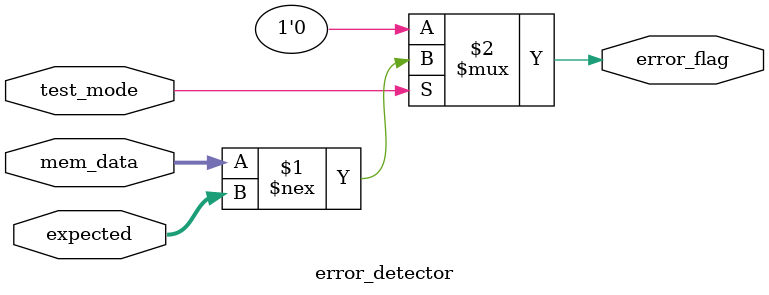
<source format=sv>
module sram_mbist #(
    parameter AW = 5,
    parameter DW = 8
)(
    input clk,
    input test_mode,
    output error_flag
);

    // Internal signals
    wire [AW:0] test_counter;
    wire [AW:0] test_counter_buf;
    wire test_stage;
    wire [DW-1:0] expected;
    wire [DW-1:0] mem_data;
    wire [AW-1:0] mem_addr;

    // Counter module instance
    counter #(
        .WIDTH(AW+1)
    ) counter_inst (
        .clk(clk),
        .test_mode(test_mode),
        .count(test_counter)
    );

    // Buffer module instance
    buffer #(
        .WIDTH(AW+1)
    ) buffer_inst (
        .clk(clk),
        .test_mode(test_mode),
        .din(test_counter),
        .dout(test_counter_buf)
    );

    // Stage control module instance
    stage_ctrl stage_ctrl_inst (
        .clk(clk),
        .test_mode(test_mode),
        .counter_msb(test_counter_buf[AW]),
        .stage(test_stage)
    );

    // Expected data generator
    expected_gen #(
        .DW(DW)
    ) expected_gen_inst (
        .test_stage(test_stage),
        .expected(expected)
    );

    // Memory module instance
    sram #(
        .AW(AW),
        .DW(DW)
    ) sram_inst (
        .clk(clk),
        .test_mode(test_mode),
        .addr(mem_addr),
        .data_in(expected),
        .data_out(mem_data)
    );

    // Error detection module
    error_detector #(
        .DW(DW)
    ) error_detector_inst (
        .test_mode(test_mode),
        .mem_data(mem_data),
        .expected(expected),
        .error_flag(error_flag)
    );

    assign mem_addr = test_counter_buf[AW-1:0];

endmodule

// Counter module
module counter #(
    parameter WIDTH = 6
)(
    input clk,
    input test_mode,
    output reg [WIDTH-1:0] count
);

    always @(posedge clk) begin
        if (test_mode)
            count <= count + 1;
    end

endmodule

// Buffer module
module buffer #(
    parameter WIDTH = 6
)(
    input clk,
    input test_mode,
    input [WIDTH-1:0] din,
    output reg [WIDTH-1:0] dout
);

    always @(posedge clk) begin
        if (test_mode)
            dout <= din;
    end

endmodule

// Stage control module
module stage_ctrl(
    input clk,
    input test_mode,
    input counter_msb,
    output reg stage
);

    always @(posedge clk) begin
        if (test_mode && counter_msb)
            stage <= ~stage;
    end

endmodule

// Expected data generator
module expected_gen #(
    parameter DW = 8
)(
    input test_stage,
    output [DW-1:0] expected
);

    assign expected = test_stage ? {DW{1'b1}} : {DW{1'b0}};

endmodule

// SRAM module
module sram #(
    parameter AW = 5,
    parameter DW = 8
)(
    input clk,
    input test_mode,
    input [AW-1:0] addr,
    input [DW-1:0] data_in,
    output [DW-1:0] data_out
);

    reg [DW-1:0] mem [0:(1<<AW)-1];

    always @(posedge clk) begin
        if (test_mode)
            mem[addr] <= data_in;
    end

    assign data_out = mem[addr];

endmodule

// Error detector module
module error_detector #(
    parameter DW = 8
)(
    input test_mode,
    input [DW-1:0] mem_data,
    input [DW-1:0] expected,
    output error_flag
);

    assign error_flag = test_mode ? (mem_data !== expected) : 1'b0;

endmodule
</source>
